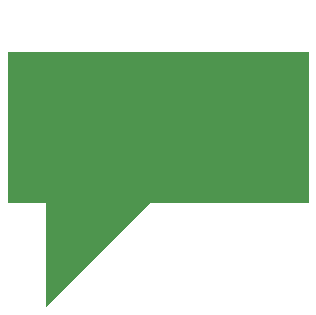
<source format=gbr>
G04 #@! TF.GenerationSoftware,KiCad,Pcbnew,(6.0.5-0)*
G04 #@! TF.CreationDate,2022-10-16T12:17:06-06:00*
G04 #@! TF.ProjectId,panel_mount_sma_to_microstrip_CCAT_v2,70616e65-6c5f-46d6-9f75-6e745f736d61,rev?*
G04 #@! TF.SameCoordinates,Original*
G04 #@! TF.FileFunction,Soldermask,Top*
G04 #@! TF.FilePolarity,Negative*
%FSLAX46Y46*%
G04 Gerber Fmt 4.6, Leading zero omitted, Abs format (unit mm)*
G04 Created by KiCad (PCBNEW (6.0.5-0)) date 2022-10-16 12:17:06*
%MOMM*%
%LPD*%
G01*
G04 APERTURE LIST*
G04 Aperture macros list*
%AMFreePoly0*
4,1,64,0.086221,0.731391,0.098378,0.729855,0.258193,0.689712,0.269633,0.685321,0.400274,0.616150,1.270000,0.616150,1.276657,0.615714,1.422929,0.596457,1.435789,0.593011,1.572092,0.536552,1.583622,0.529895,1.700668,0.440082,1.710082,0.430668,1.799895,0.313622,1.806552,0.302092,1.863011,0.165789,1.866457,0.152929,1.885714,0.006657,1.885714,-0.006657,1.866457,-0.152929,
1.863011,-0.165789,1.806552,-0.302092,1.799895,-0.313622,1.710082,-0.430668,1.700668,-0.440082,1.583622,-0.529895,1.572092,-0.536552,1.435789,-0.593011,1.422929,-0.596457,1.276657,-0.615714,1.270000,-0.616150,0.403378,-0.616150,0.402431,-0.616779,0.255221,-0.690818,0.243692,-0.694969,0.083072,-0.731756,0.070885,-0.733037,-0.093875,-0.730449,-0.106016,-0.728786,-0.265402,-0.686972,
-0.276795,-0.682461,-0.421606,-0.603835,-0.431595,-0.596736,-0.553471,-0.485837,-0.561478,-0.476561,-0.653383,-0.339792,-0.658946,-0.328874,-0.715574,-0.174130,-0.718372,-0.162199,-0.736454,0.001586,-0.736326,0.013839,-0.714818,0.177209,-0.711770,0.189078,-0.651914,0.342601,-0.646124,0.353400,-0.551375,0.488215,-0.543175,0.497322,-0.419003,0.605644,-0.408868,0.612531,-0.262442,0.688107,
-0.250957,0.692379,-0.090730,0.730846,-0.078557,0.732254,0.086221,0.731391,0.086221,0.731391,$1*%
G04 Aperture macros list end*
%ADD10C,0.100000*%
%ADD11FreePoly0,180.000000*%
%ADD12FreePoly0,0.000000*%
%ADD13C,2.602000*%
G04 APERTURE END LIST*
D10*
G36*
X12700000Y0D02*
G01*
X-12700000Y0D01*
X-12700000Y12700000D01*
X12700000Y12700000D01*
X12700000Y0D01*
G37*
X12700000Y0D02*
X-12700000Y0D01*
X-12700000Y12700000D01*
X12700000Y12700000D01*
X12700000Y0D01*
G36*
X12700000Y0D02*
G01*
X-12700000Y0D01*
X-12700000Y12700000D01*
X12700000Y12700000D01*
X12700000Y0D01*
G37*
X12700000Y0D02*
X-12700000Y0D01*
X-12700000Y12700000D01*
X12700000Y12700000D01*
X12700000Y0D01*
D11*
X9525000Y3810000D03*
D12*
X-9525000Y3810000D03*
D13*
X-9525000Y9525000D03*
X0Y9525000D03*
X9525000Y9525000D03*
M02*

</source>
